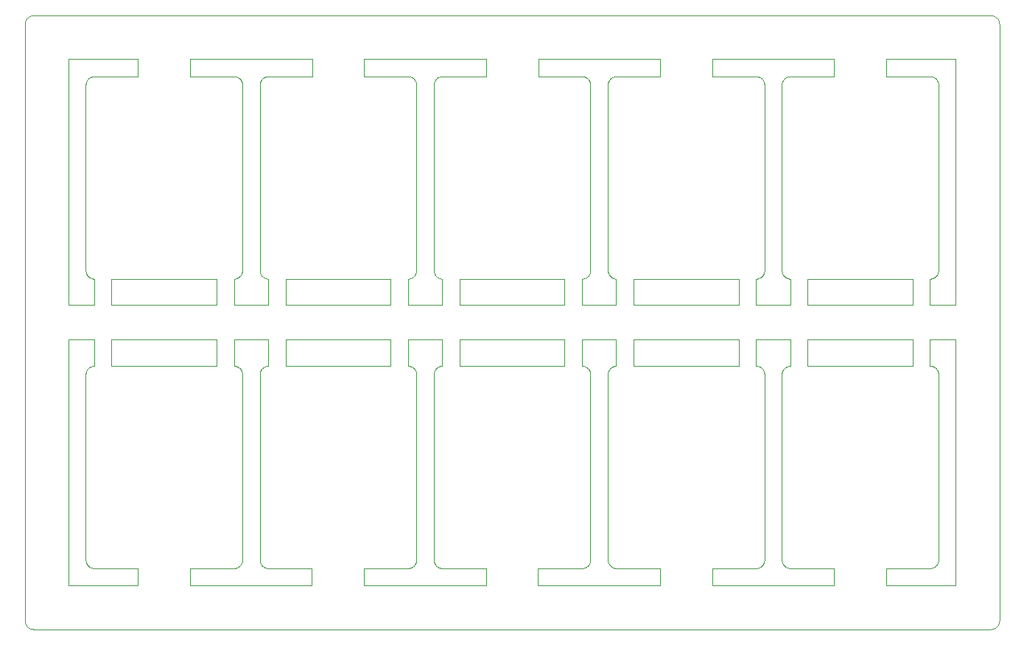
<source format=gm1>
G04 #@! TF.GenerationSoftware,KiCad,Pcbnew,8.0.1-8.0.1-1~ubuntu22.04.1*
G04 #@! TF.CreationDate,2024-08-08T21:33:10+00:00*
G04 #@! TF.ProjectId,gemini-panel,67656d69-6e69-42d7-9061-6e656c2e6b69,1.0*
G04 #@! TF.SameCoordinates,Original*
G04 #@! TF.FileFunction,Profile,NP*
%FSLAX46Y46*%
G04 Gerber Fmt 4.6, Leading zero omitted, Abs format (unit mm)*
G04 Created by KiCad (PCBNEW 8.0.1-8.0.1-1~ubuntu22.04.1) date 2024-08-08 21:33:10*
%MOMM*%
%LPD*%
G01*
G04 APERTURE LIST*
G04 #@! TA.AperFunction,Profile*
%ADD10C,0.100000*%
G04 #@! TD*
G04 APERTURE END LIST*
D10*
X47514698Y30164347D02*
X47471035Y30138645D01*
X64998716Y62630650D02*
X64994869Y62681169D01*
X104440394Y30187805D02*
X104394356Y30208959D01*
X87949350Y30288717D02*
X87898831Y30284870D01*
X59010490Y63580000D02*
X59010490Y65580000D01*
X47514698Y7125654D02*
X47559605Y7102196D01*
X84897804Y63020395D02*
X84874346Y63065302D01*
X47749347Y40321923D02*
X47798701Y40310470D01*
X58989510Y7000001D02*
X64000000Y7000001D01*
X7241241Y63231373D02*
X7209223Y63192107D01*
X87559605Y7102196D02*
X87605644Y7081043D01*
X67514698Y7125654D02*
X67559605Y7102196D01*
X7005130Y41188832D02*
X7011531Y41138573D01*
X27241241Y7348628D02*
X27275207Y7311034D01*
X76120Y617317D02*
X118078Y528604D01*
X104988468Y62731428D02*
X104979529Y62781299D01*
X84528964Y40441356D02*
X84571268Y40469237D01*
X67652694Y30227753D02*
X67605644Y30208958D01*
X47559605Y7102196D02*
X47605644Y7081043D01*
X64394356Y30208959D02*
X64347305Y30227753D01*
X24347305Y63517753D02*
X24299363Y63534140D01*
X104954139Y7700637D02*
X104968077Y7749348D01*
X67949350Y30288717D02*
X67898831Y30284870D01*
X7387894Y7209225D02*
X7428731Y7179237D01*
X24050649Y30288717D02*
X24029510Y30289253D01*
X47020469Y41088702D02*
X47031922Y41039348D01*
X47898831Y40295131D02*
X47949350Y40291284D01*
X24848644Y7471036D02*
X24874346Y7514698D01*
X44937752Y7652695D02*
X44954139Y7700637D01*
X64758758Y29941373D02*
X64724793Y29978968D01*
X12989510Y5000000D02*
X5000000Y5000000D01*
X24820763Y40718732D02*
X24848644Y40761036D01*
X67559605Y40392196D02*
X67605643Y40371042D01*
X84485302Y30164347D02*
X84440394Y30187805D01*
X107000000Y33290000D02*
X107000000Y5000000D01*
X7749347Y40321923D02*
X7798701Y40310470D01*
X87000000Y8000000D02*
X87001283Y7949351D01*
X47652694Y63517753D02*
X47605643Y63498959D01*
X87798701Y30269530D02*
X87749347Y30258078D01*
X64030490Y40290773D02*
X64050649Y40291284D01*
X104790776Y29902107D02*
X104758758Y29941373D01*
X47970490Y40290748D02*
X47970490Y37290000D01*
X47001283Y62630650D02*
X47000000Y62580000D01*
X27102195Y63020395D02*
X27081041Y62974357D01*
X47749347Y30258078D02*
X47700636Y30244140D01*
X111195090Y70560786D02*
X111098017Y70575185D01*
X84758758Y7348628D02*
X84790776Y7387894D01*
X64848644Y29818965D02*
X64820763Y29861269D01*
X87970490Y40290748D02*
X87970490Y37290000D01*
X67179236Y40718732D02*
X67209223Y40677894D01*
X79010490Y65580000D02*
X93010490Y65580000D01*
X64874346Y63065302D02*
X64848644Y63108965D01*
X7949350Y40291284D02*
X7970490Y40290748D01*
X44758758Y63231373D02*
X44724792Y63268967D01*
X26000000Y33290000D02*
X27969510Y33290000D01*
X67605644Y7081043D02*
X67652694Y7062248D01*
X27348627Y63338759D02*
X27311032Y63304794D01*
X84968077Y29540653D02*
X84954139Y29589364D01*
X62030490Y37290000D02*
X49970490Y37290000D01*
X47348627Y40531242D02*
X47387893Y40499224D01*
X84820763Y63151269D02*
X84790775Y63192106D01*
X27011531Y29441428D02*
X27005130Y29391169D01*
X24101168Y30284870D02*
X24050649Y30288717D01*
X64988468Y41138573D02*
X64994869Y41188832D01*
X87348627Y30048759D02*
X87311033Y30014793D01*
X47020470Y29491299D02*
X47011531Y29441428D01*
X87387893Y40499224D02*
X87428731Y40469237D01*
X84994869Y29391169D02*
X84988468Y29441428D01*
X86000000Y33290000D02*
X87969510Y33290000D01*
X47605643Y63498959D02*
X47559605Y63477805D01*
X27011531Y41138573D02*
X27020469Y41088702D01*
X99010490Y65580000D02*
X107000000Y65580000D01*
X87848572Y40301532D02*
X87898831Y40295131D01*
X64848644Y63108965D02*
X64820763Y63151269D01*
X64918957Y62974356D02*
X64897804Y63020395D01*
X87749347Y40321923D02*
X87798701Y40310470D01*
X7001283Y62630650D02*
X7000000Y62580000D01*
X84979529Y62781299D02*
X84968077Y62830653D01*
X24994869Y41188832D02*
X24998716Y41239351D01*
X84874346Y7514698D02*
X84897804Y7559606D01*
X7020470Y29491299D02*
X7011531Y29441428D01*
X104998716Y29340650D02*
X104994869Y29391169D01*
X87798701Y7020471D02*
X87848572Y7011532D01*
X27949350Y40291284D02*
X27970490Y40290748D01*
X64688966Y40565208D02*
X64724792Y40601034D01*
X47275207Y29978967D02*
X47241241Y29941373D01*
X84101168Y30284870D02*
X84050649Y30288717D01*
X18989510Y7000001D02*
X24000000Y7000001D01*
X18989510Y5000000D02*
X18989510Y7000001D01*
X44790776Y7387894D02*
X44820763Y7428732D01*
X24758758Y29941373D02*
X24724793Y29978968D01*
X87102195Y7559606D02*
X87125653Y7514699D01*
X87652694Y40352248D02*
X87700636Y40335861D01*
X44029510Y33290000D02*
X46000000Y33290000D01*
X85000000Y41290000D02*
X85000000Y62580000D01*
X112000000Y69580000D02*
X111995184Y69678018D01*
X64151427Y30278469D02*
X64101168Y30284870D01*
X67031922Y29540653D02*
X67020470Y29491299D01*
X27005130Y62681169D02*
X27001283Y62630650D01*
X27045860Y29589364D02*
X27031922Y29540653D01*
X84651372Y30048759D02*
X84612106Y30080777D01*
X44820763Y40718732D02*
X44848644Y40761036D01*
X44201298Y7020470D02*
X44250652Y7031923D01*
X87125653Y63065303D02*
X87102195Y63020395D01*
X27081042Y29684356D02*
X27062247Y29637306D01*
X44820763Y7428732D02*
X44848644Y7471036D01*
X67848572Y40301532D02*
X67898831Y40295131D01*
X67179236Y63151269D02*
X67151355Y63108965D01*
X24724793Y7311033D02*
X24758758Y7348628D01*
X67969510Y33290000D02*
X67969510Y30289228D01*
X47000000Y29290000D02*
X47000000Y8000000D01*
X67348627Y40531242D02*
X67387893Y40499224D01*
X24979529Y41088702D02*
X24988468Y41138573D01*
X27969510Y33290000D02*
X27969510Y30289228D01*
X67062247Y29637306D02*
X67045860Y29589364D01*
X47011531Y62731428D02*
X47005130Y62681169D01*
X104848644Y40761036D02*
X104874346Y40804699D01*
X27428731Y63400764D02*
X27387893Y63370777D01*
X27209223Y40677894D02*
X27241241Y40638628D01*
X25000000Y41290000D02*
X25000000Y62580000D01*
X7559605Y40392196D02*
X7605643Y40371042D01*
X24688966Y40565208D02*
X24724792Y40601034D01*
X44988468Y62731428D02*
X44979529Y62781299D01*
X7700636Y40335861D02*
X7749347Y40321923D01*
X104029510Y30289253D02*
X104029510Y33290000D01*
X64101168Y40295131D02*
X64151427Y40301532D01*
X104571268Y7179237D02*
X104612106Y7209224D01*
X84954139Y7700637D02*
X84968077Y7749348D01*
X84299363Y7045861D02*
X84347305Y7062248D01*
X87311033Y30014793D02*
X87275207Y29978967D01*
X84201298Y30269531D02*
X84151427Y30278469D01*
X47428731Y30110764D02*
X47387894Y30080776D01*
X27151355Y63108965D02*
X27125653Y63065303D01*
X84651372Y40531242D02*
X84688966Y40565208D01*
X44347305Y7062248D02*
X44394356Y7081042D01*
X27031922Y62830653D02*
X27020469Y62781299D01*
X444429Y70411470D02*
X365606Y70353011D01*
X87241241Y29941373D02*
X87209224Y29902106D01*
X67700636Y7045861D02*
X67749347Y7031923D01*
X44528964Y63428645D02*
X44485301Y63454347D01*
X82030490Y37290000D02*
X69970490Y37290000D01*
X44651372Y40531242D02*
X44688966Y40565208D01*
X67605643Y40371042D02*
X67652694Y40352248D01*
X67348627Y30048759D02*
X67311033Y30014793D01*
X84299363Y40335861D02*
X84347305Y40352248D01*
X7062247Y7652695D02*
X7081042Y7605645D01*
X84201298Y7020470D02*
X84250652Y7031923D01*
X22030490Y40290000D02*
X22030490Y37290000D01*
X7652694Y30227753D02*
X7605644Y30208958D01*
X39010490Y63580000D02*
X39010490Y65580000D01*
X67179236Y29861269D02*
X67151355Y29818965D01*
X64688967Y7275207D02*
X64724793Y7311033D01*
X47062247Y62927306D02*
X47045860Y62879364D01*
X104485302Y7125654D02*
X104528964Y7151356D01*
X84485301Y40415654D02*
X84528964Y40441356D01*
X86000000Y37290000D02*
X84030490Y37290000D01*
X24485302Y7125654D02*
X24528964Y7151356D01*
X44790775Y63192106D02*
X44758758Y63231373D01*
X84571268Y40469237D02*
X84612105Y40499225D01*
X104937752Y40942695D02*
X104954139Y40990637D01*
X104612105Y40499225D02*
X104651372Y40531242D01*
X44101168Y7005131D02*
X44151427Y7011532D01*
X27031922Y7749348D02*
X27045860Y7700637D01*
X47125653Y40804698D02*
X47151355Y40761036D01*
X84030490Y40290773D02*
X84050649Y40291284D01*
X22029510Y30290000D02*
X9969510Y30290000D01*
X47005130Y7898832D02*
X47011531Y7848573D01*
X64874346Y40804699D02*
X64897804Y40849606D01*
X44000000Y63580000D02*
X39010490Y63580000D01*
X64571268Y30110764D02*
X64528964Y30138645D01*
X82029510Y33290000D02*
X82029510Y30290000D01*
X47001283Y29340650D02*
X47000000Y29290000D01*
X87311032Y40565207D02*
X87348627Y40531242D01*
X84897804Y40849606D02*
X84918957Y40895645D01*
X4815Y69678018D02*
X0Y69580000D01*
X292893Y292894D02*
X365606Y226990D01*
X44485302Y30164347D02*
X44440394Y30187805D01*
X84050649Y40291284D02*
X84101168Y40295131D01*
X104998716Y62630650D02*
X104994869Y62681169D01*
X67000000Y8000000D02*
X67001283Y7949351D01*
X24050649Y63578717D02*
X24000000Y63580000D01*
X47428731Y63400764D02*
X47387893Y63370777D01*
X27151355Y40761036D02*
X27179236Y40718732D01*
X104394356Y30208959D02*
X104347305Y30227753D01*
X24968077Y41039348D02*
X24979529Y41088702D01*
X67102195Y63020395D02*
X67081041Y62974357D01*
X47898831Y30284870D02*
X47848572Y30278469D01*
X27311032Y40565207D02*
X27348627Y40531242D01*
X87081042Y7605645D02*
X87102195Y7559606D01*
X27081041Y62974357D02*
X27062247Y62927306D01*
X65000000Y8000000D02*
X64999999Y29290000D01*
X7514698Y30164347D02*
X7471035Y30138645D01*
X84820763Y29861269D02*
X84790776Y29902107D01*
X44954139Y29589364D02*
X44937752Y29637306D01*
X7311032Y40565207D02*
X7348627Y40531242D01*
X901982Y70575185D02*
X804909Y70560786D01*
X44790775Y40677895D02*
X44820763Y40718732D01*
X67151355Y7471036D02*
X67179236Y7428732D01*
X87749347Y7031923D02*
X87798701Y7020471D01*
X104528964Y40441356D02*
X104571268Y40469237D01*
X7514698Y7125654D02*
X7559605Y7102196D01*
X24937752Y7652695D02*
X24954139Y7700637D01*
X111382683Y70503880D02*
X111290284Y70536941D01*
X44101168Y40295131D02*
X44151427Y40301532D01*
X44988468Y29441428D02*
X44979530Y29491299D01*
X19214Y804910D02*
X43059Y709716D01*
X7514697Y40415654D02*
X7559605Y40392196D01*
X87652694Y30227753D02*
X87605644Y30208958D01*
X84612106Y30080777D02*
X84571268Y30110764D01*
X47209224Y7387895D02*
X47241241Y7348628D01*
X24612106Y30080777D02*
X24571268Y30110764D01*
X104651372Y63338759D02*
X104612105Y63370776D01*
X44571268Y7179237D02*
X44612106Y7209224D01*
X7081041Y62974357D02*
X7062247Y62927306D01*
X27652694Y30227753D02*
X27605644Y30208958D01*
X47241241Y29941373D02*
X47209224Y29902106D01*
X84758758Y40638628D02*
X84790775Y40677895D01*
X107000000Y5000000D02*
X98989510Y5000000D01*
X27020470Y7798702D02*
X27031922Y7749348D01*
X7000000Y8000000D02*
X7001283Y7949351D01*
X27081041Y40895644D02*
X27102195Y40849606D01*
X49969510Y30290000D02*
X49969510Y33290000D01*
X67020469Y41088702D02*
X67031922Y41039348D01*
X64688967Y30014794D02*
X64651372Y30048759D01*
X84724792Y63268967D02*
X84688966Y63304793D01*
X44994869Y7898832D02*
X44998716Y7949351D01*
X44050649Y30288717D02*
X44029510Y30289253D01*
X22030490Y37290000D02*
X9970490Y37290000D01*
X44030490Y40290773D02*
X44050649Y40291284D01*
X87045860Y62879364D02*
X87031922Y62830653D01*
X48000000Y7000000D02*
X52989510Y7000001D01*
X24998716Y29340650D02*
X24994869Y29391169D01*
X24440394Y7102196D02*
X24485302Y7125654D01*
X27428731Y30110764D02*
X27387894Y30080776D01*
X47949350Y63578717D02*
X47898831Y63574870D01*
X67031922Y7749348D02*
X67045860Y7700637D01*
X87275206Y40601033D02*
X87311032Y40565207D01*
X84968077Y7749348D02*
X84979530Y7798702D01*
X7311032Y63304794D02*
X7275206Y63268968D01*
X64528964Y30138645D02*
X64485302Y30164347D01*
X102030490Y37290000D02*
X89970490Y37290000D01*
X84571268Y7179237D02*
X84612106Y7209224D01*
X67151355Y40761036D02*
X67179236Y40718732D01*
X104029510Y33290000D02*
X105000000Y33290000D01*
X53010490Y65580000D02*
X53010490Y63580000D01*
X44897804Y29730395D02*
X44874346Y29775303D01*
X64347305Y30227753D02*
X64299363Y30244140D01*
X64954139Y40990637D02*
X64968077Y41039348D01*
X46000000Y33290000D02*
X47969510Y33290000D01*
X47559605Y40392196D02*
X47605643Y40371042D01*
X47209223Y40677894D02*
X47241241Y40638628D01*
X47005130Y62681169D02*
X47001283Y62630650D01*
X44299363Y7045861D02*
X44347305Y7062248D01*
X7311033Y7275208D02*
X7348627Y7241242D01*
X709715Y43060D02*
X804909Y19215D01*
X67798701Y7020471D02*
X67848572Y7011532D01*
X64968077Y29540653D02*
X64954139Y29589364D01*
X67749347Y63548078D02*
X67700636Y63534140D01*
X62029510Y30290000D02*
X49969510Y30290000D01*
X67031922Y62830653D02*
X67020469Y62781299D01*
X27848572Y7011532D02*
X27898831Y7005131D01*
X104998716Y7949351D02*
X105000000Y8000000D01*
X84979530Y29491299D02*
X84968077Y29540653D01*
X104724792Y40601034D02*
X104758758Y40638628D01*
X87000000Y29290000D02*
X87000000Y8000000D01*
X27179236Y40718732D02*
X27209223Y40677894D01*
X67001283Y29340650D02*
X67000000Y29290000D01*
X92989510Y7000001D02*
X92989510Y5000000D01*
X28000000Y63580000D02*
X27949350Y63578717D01*
X67898831Y63574870D02*
X67848572Y63568469D01*
X84994869Y62681169D02*
X84988468Y62731428D01*
X104874346Y40804699D02*
X104897804Y40849606D01*
X87005130Y62681169D02*
X87001283Y62630650D01*
X47848572Y7011532D02*
X47898831Y7005131D01*
X33010490Y65580000D02*
X33010490Y63580000D01*
X24790775Y63192106D02*
X24758758Y63231373D01*
X27209224Y29902106D02*
X27179236Y29861269D01*
X49970490Y40290000D02*
X62030490Y40290000D01*
X87062247Y62927306D02*
X87045860Y62879364D01*
X104440394Y7102196D02*
X104485302Y7125654D01*
X43059Y69870285D02*
X19214Y69775091D01*
X52989510Y7000001D02*
X52989510Y5000000D01*
X47081042Y7605645D02*
X47102195Y7559606D01*
X44874346Y63065302D02*
X44848644Y63108965D01*
X47045860Y7700637D02*
X47062247Y7652695D01*
X44758758Y7348628D02*
X44790776Y7387894D01*
X44968077Y41039348D02*
X44979529Y41088702D01*
X27275207Y29978967D02*
X27241241Y29941373D01*
X24820763Y7428732D02*
X24848644Y7471036D01*
X44612105Y63370776D02*
X44571268Y63400764D01*
X64688966Y63304793D02*
X64651372Y63338759D01*
X7125653Y63065303D02*
X7102195Y63020395D01*
X104994869Y62681169D02*
X104988468Y62731428D01*
X47081041Y40895644D02*
X47102195Y40849606D01*
X104394356Y7081042D02*
X104440394Y7102196D01*
X7969510Y30289228D02*
X7949350Y30288717D01*
X67898831Y7005131D02*
X67949350Y7001284D01*
X64029510Y30289253D02*
X64029510Y33290000D01*
X67559605Y7102196D02*
X67605644Y7081043D01*
X47700636Y7045861D02*
X47749347Y7031923D01*
X92989510Y5000000D02*
X78989510Y5000000D01*
X67471035Y7151356D02*
X67514698Y7125654D01*
X64440394Y30187805D02*
X64394356Y30208959D01*
X27000000Y62580000D02*
X27000000Y41290000D01*
X104724793Y7311033D02*
X104758758Y7348628D01*
X67949350Y40291284D02*
X67970490Y40290748D01*
X73010490Y65580000D02*
X73010490Y63580000D01*
X104979530Y29491299D02*
X104968077Y29540653D01*
X87652694Y63517753D02*
X87605643Y63498959D01*
X104988468Y7848573D02*
X104994869Y7898832D01*
X7387893Y63370777D02*
X7348627Y63338759D01*
X64440394Y63477805D02*
X64394355Y63498958D01*
X64790775Y63192106D02*
X64758758Y63231373D01*
X47151355Y63108965D02*
X47125653Y63065303D01*
X47179236Y7428732D02*
X47209224Y7387895D01*
X27514697Y63454347D02*
X27471035Y63428645D01*
X24988468Y7848573D02*
X24994869Y7898832D01*
X87471035Y63428645D02*
X87428731Y63400764D01*
X104979529Y62781299D02*
X104968077Y62830653D01*
X72989510Y5000000D02*
X58989510Y5000000D01*
X87700636Y30244140D02*
X87652694Y30227753D01*
X67311032Y63304794D02*
X67275206Y63268968D01*
X64848644Y40761036D02*
X64874346Y40804699D01*
X44050649Y40291284D02*
X44101168Y40295131D01*
X67020470Y29491299D02*
X67011531Y29441428D01*
X24994869Y29391169D02*
X24988468Y29441428D01*
X7700636Y30244140D02*
X7652694Y30227753D01*
X111000000Y70580000D02*
X1000000Y70580000D01*
X84050649Y63578717D02*
X84000000Y63580000D01*
X27081042Y7605645D02*
X27102195Y7559606D01*
X24874346Y7514698D02*
X24897804Y7559606D01*
X64485301Y40415654D02*
X64528964Y40441356D01*
X87348627Y63338759D02*
X87311032Y63304794D01*
X7081042Y7605645D02*
X7102195Y7559606D01*
X27428731Y40469237D02*
X27471035Y40441356D01*
X27700636Y30244140D02*
X27652694Y30227753D01*
X104050649Y63578717D02*
X104000000Y63580000D01*
X87898831Y40295131D02*
X87949350Y40291284D01*
X64790776Y29902107D02*
X64758758Y29941373D01*
X7949350Y30288717D02*
X7898831Y30284870D01*
X24612105Y63370776D02*
X24571268Y63400764D01*
X44724792Y63268967D02*
X44688966Y63304793D01*
X88000000Y63580000D02*
X87949350Y63578717D01*
X7848572Y7011532D02*
X7898831Y7005131D01*
X64820763Y29861269D02*
X64790776Y29902107D01*
X84937752Y29637306D02*
X84918958Y29684357D01*
X64979529Y41088702D02*
X64988468Y41138573D01*
X104440394Y63477805D02*
X104394355Y63498958D01*
X804909Y19215D02*
X901982Y4816D01*
X104758758Y40638628D02*
X104790775Y40677895D01*
X64758758Y63231373D02*
X64724792Y63268967D01*
X68000000Y63580000D02*
X67949350Y63578717D01*
X7062247Y62927306D02*
X7045860Y62879364D01*
X84979530Y7798702D02*
X84988468Y7848573D01*
X64101168Y63574870D02*
X64050649Y63578717D01*
X64050649Y30288717D02*
X64029510Y30289253D01*
X47102195Y29730395D02*
X47081042Y29684356D01*
X84347305Y40352248D02*
X84394355Y40371043D01*
X87001283Y7949351D02*
X87005130Y7898832D01*
X104998716Y41239351D02*
X105000000Y41290000D01*
X47798701Y7020471D02*
X47848572Y7011532D01*
X104968077Y29540653D02*
X104954139Y29589364D01*
X47011531Y29441428D02*
X47005130Y29391169D01*
X27011531Y62731428D02*
X27005130Y62681169D01*
X104968077Y62830653D02*
X104954139Y62879364D01*
X27209224Y7387895D02*
X27241241Y7348628D01*
X7151355Y7471036D02*
X7179236Y7428732D01*
X47605644Y30208958D02*
X47559605Y30187805D01*
X87241241Y63231373D02*
X87209223Y63192107D01*
X24897804Y40849606D02*
X24918957Y40895645D01*
X67209223Y63192107D02*
X67179236Y63151269D01*
X7241241Y40638628D02*
X7275206Y40601033D01*
X69970490Y40290000D02*
X82030490Y40290000D01*
X84101168Y63574870D02*
X84050649Y63578717D01*
X7011531Y29441428D02*
X7005130Y29391169D01*
X24250652Y30258078D02*
X24201298Y30269531D01*
X67471035Y63428645D02*
X67428731Y63400764D01*
X27387894Y30080776D02*
X27348627Y30048759D01*
X24688967Y7275207D02*
X24724793Y7311033D01*
X901982Y4816D02*
X1000000Y0D01*
X27125653Y29775302D02*
X27102195Y29730395D01*
X87514698Y30164347D02*
X87471035Y30138645D01*
X104101168Y63574870D02*
X104050649Y63578717D01*
X24988468Y41138573D02*
X24994869Y41188832D01*
X27348627Y40531242D02*
X27387893Y40499224D01*
X7000000Y33290000D02*
X7969510Y33290000D01*
X87000000Y41290000D02*
X87001283Y41239351D01*
X7045860Y7700637D02*
X7062247Y7652695D01*
X87125653Y29775302D02*
X87102195Y29730395D01*
X67011531Y7848573D02*
X67020470Y7798702D01*
X104651372Y7241242D02*
X104688967Y7275207D01*
X64937752Y29637306D02*
X64918958Y29684357D01*
X7001283Y29340650D02*
X7000000Y29290000D01*
X64918957Y40895645D02*
X64937752Y40942695D01*
X64897804Y7559606D02*
X64918958Y7605644D01*
X47045860Y62879364D02*
X47031922Y62830653D01*
X84988468Y41138573D02*
X84994869Y41188832D01*
X7102195Y29730395D02*
X7081042Y29684356D01*
X47898831Y7005131D02*
X47949350Y7001284D01*
X44874346Y7514698D02*
X44897804Y7559606D01*
X47102195Y40849606D02*
X47125653Y40804698D01*
X24790775Y40677895D02*
X24820763Y40718732D01*
X27471035Y7151356D02*
X27514698Y7125654D01*
X27102195Y29730395D02*
X27081042Y29684356D01*
X44440394Y40392196D02*
X44485301Y40415654D01*
X27031922Y41039348D02*
X27045860Y40990637D01*
X84050649Y30288717D02*
X84029510Y30289253D01*
X87209223Y40677894D02*
X87241241Y40638628D01*
X104994869Y7898832D02*
X104998716Y7949351D01*
X44651372Y30048759D02*
X44612106Y30080777D01*
X7798701Y63559531D02*
X7749347Y63548078D01*
X87848572Y7011532D02*
X87898831Y7005131D01*
X84440394Y7102196D02*
X84485302Y7125654D01*
X64897804Y29730395D02*
X64874346Y29775303D01*
X7749347Y30258078D02*
X7700636Y30244140D01*
X84848644Y7471036D02*
X84874346Y7514698D01*
X64394355Y63498958D02*
X64347305Y63517753D01*
X29969510Y30290000D02*
X29969510Y33290000D01*
X24988468Y62731428D02*
X24979529Y62781299D01*
X87605644Y30208958D02*
X87559605Y30187805D01*
X67387894Y30080776D02*
X67348627Y30048759D01*
X29969510Y33290000D02*
X42029510Y33290000D01*
X87428731Y30110764D02*
X87387894Y30080776D01*
X64050649Y40291284D02*
X64101168Y40295131D01*
X67798701Y40310470D02*
X67848572Y40301532D01*
X27348627Y30048759D02*
X27311033Y30014793D01*
X226989Y70214394D02*
X168530Y70135571D01*
X84758758Y29941373D02*
X84724793Y29978968D01*
X24758758Y7348628D02*
X24790776Y7387894D01*
X64101168Y7005131D02*
X64151427Y7011532D01*
X69969510Y33290000D02*
X82029510Y33290000D01*
X47848572Y30278469D02*
X47798701Y30269530D01*
X64250652Y30258078D02*
X64201298Y30269531D01*
X7387893Y40499224D02*
X7428731Y40469237D01*
X104201298Y40310471D02*
X104250652Y40321923D01*
X84724793Y7311033D02*
X84758758Y7348628D01*
X44979530Y29491299D02*
X44968077Y29540653D01*
X24000000Y63580000D02*
X19010490Y63580000D01*
X111634393Y226990D02*
X111707106Y292894D01*
X24050649Y7001284D02*
X24101168Y7005131D01*
X104651372Y30048759D02*
X104612106Y30080777D01*
X27062247Y40942695D02*
X27081041Y40895644D01*
X84820763Y7428732D02*
X84848644Y7471036D01*
X111382683Y76121D02*
X111471396Y118079D01*
X67848572Y7011532D02*
X67898831Y7005131D01*
X67081041Y62974357D02*
X67062247Y62927306D01*
X44999999Y29290000D02*
X44998716Y29340650D01*
X64999999Y29290000D02*
X64998716Y29340650D01*
X7209223Y40677894D02*
X7241241Y40638628D01*
X7514697Y63454347D02*
X7471035Y63428645D01*
X67001283Y62630650D02*
X67000000Y62580000D01*
X67514698Y30164347D02*
X67471035Y30138645D01*
X89970490Y37290000D02*
X89970490Y40290000D01*
X7102195Y40849606D02*
X7125653Y40804698D01*
X44937752Y62927306D02*
X44918957Y62974356D01*
X87179236Y29861269D02*
X87151355Y29818965D01*
X64528964Y7151356D02*
X64571268Y7179237D01*
X104724792Y63268967D02*
X104688966Y63304793D01*
X7275207Y29978967D02*
X7241241Y29941373D01*
X111956940Y69870285D02*
X111923879Y69962684D01*
X87102195Y63020395D02*
X87081041Y62974357D01*
X87949350Y40291284D02*
X87970490Y40290748D01*
X47428731Y7179237D02*
X47471035Y7151356D01*
X0Y1000000D02*
X4815Y901983D01*
X24612106Y7209224D02*
X24651372Y7241242D01*
X64998716Y41239351D02*
X65000000Y41290000D01*
X44394356Y30208959D02*
X44347305Y30227753D01*
X5000000Y33290000D02*
X7000000Y33290000D01*
X64299363Y7045861D02*
X64347305Y7062248D01*
X44612106Y7209224D02*
X44651372Y7241242D01*
X104485302Y30164347D02*
X104440394Y30187805D01*
X27652694Y40352248D02*
X27700636Y40335861D01*
X24994869Y7898832D02*
X24998716Y7949351D01*
X68000000Y7000000D02*
X72989510Y7000001D01*
X47311033Y7275208D02*
X47348627Y7241242D01*
X24968077Y62830653D02*
X24954139Y62879364D01*
X104758758Y7348628D02*
X104790776Y7387894D01*
X47848572Y63568469D02*
X47798701Y63559531D01*
X47011531Y7848573D02*
X47020470Y7798702D01*
X67062247Y40942695D02*
X67081041Y40895644D01*
X27605644Y7081043D02*
X27652694Y7062248D01*
X67062247Y62927306D02*
X67045860Y62879364D01*
X24820763Y29861269D02*
X24790776Y29902107D01*
X24050649Y40291284D02*
X24101168Y40295131D01*
X84651372Y63338759D02*
X84612105Y63370776D01*
X87102195Y40849606D02*
X87125653Y40804698D01*
X47151355Y40761036D02*
X47179236Y40718732D01*
X47798701Y30269530D02*
X47749347Y30258078D01*
X24151427Y40301532D02*
X24201298Y40310471D01*
X7001283Y7949351D02*
X7005130Y7898832D01*
X72989510Y7000001D02*
X72989510Y5000000D01*
X84101168Y7005131D02*
X84151427Y7011532D01*
X24528964Y30138645D02*
X24485302Y30164347D01*
X47970490Y37290000D02*
X46000000Y37290000D01*
X53010490Y63580000D02*
X48000000Y63580000D01*
X82029510Y30290000D02*
X69969510Y30290000D01*
X64994869Y41188832D02*
X64998716Y41239351D01*
X111471396Y118079D02*
X111555570Y168531D01*
X47179236Y40718732D02*
X47209223Y40677894D01*
X105000000Y62580000D02*
X104998716Y62630650D01*
X7045860Y62879364D02*
X7031922Y62830653D01*
X87179236Y7428732D02*
X87209224Y7387895D01*
X104394355Y63498958D02*
X104347305Y63517753D01*
X84954139Y40990637D02*
X84968077Y41039348D01*
X84651372Y7241242D02*
X84688967Y7275207D01*
X44820763Y29861269D02*
X44790776Y29902107D01*
X7031922Y29540653D02*
X7020470Y29491299D01*
X67125653Y63065303D02*
X67102195Y63020395D01*
X104612106Y30080777D02*
X104571268Y30110764D01*
X87428731Y7179237D02*
X87471035Y7151356D01*
X47000000Y62580000D02*
X47000000Y41290000D01*
X27125653Y63065303D02*
X27102195Y63020395D01*
X104988468Y29441428D02*
X104979530Y29491299D01*
X47062247Y29637306D02*
X47045860Y29589364D01*
X44347305Y30227753D02*
X44299363Y30244140D01*
X67005130Y41188832D02*
X67011531Y41138573D01*
X67179236Y7428732D02*
X67209224Y7387895D01*
X104994869Y29391169D02*
X104988468Y29441428D01*
X27062247Y29637306D02*
X27045860Y29589364D01*
X111707106Y292894D02*
X111773010Y365607D01*
X42030490Y40290000D02*
X42030490Y37290000D01*
X84998716Y41239351D02*
X85000000Y41290000D01*
X111923879Y69962684D02*
X111881921Y70051397D01*
X7559605Y63477805D02*
X7514697Y63454347D01*
X111995184Y901983D02*
X112000000Y1000000D01*
X84999999Y29290000D02*
X84998716Y29340650D01*
X47387894Y30080776D02*
X47348627Y30048759D01*
X709715Y70536941D02*
X617316Y70503880D01*
X111290284Y70536941D02*
X111195090Y70560786D01*
X44101168Y63574870D02*
X44050649Y63578717D01*
X104848644Y7471036D02*
X104874346Y7514698D01*
X168530Y70135571D02*
X118078Y70051397D01*
X87605643Y63498959D02*
X87559605Y63477805D01*
X87559605Y30187805D02*
X87514698Y30164347D01*
X104918957Y40895645D02*
X104937752Y40942695D01*
X44485302Y7125654D02*
X44528964Y7151356D01*
X47031922Y29540653D02*
X47020470Y29491299D01*
X44998716Y62630650D02*
X44994869Y62681169D01*
X87045860Y40990637D02*
X87062247Y40942695D01*
X87949350Y63578717D02*
X87898831Y63574870D01*
X44299363Y40335861D02*
X44347305Y40352248D01*
X65000000Y62580000D02*
X64998716Y62630650D01*
X104820763Y29861269D02*
X104790776Y29902107D01*
X27559605Y40392196D02*
X27605643Y40371042D01*
X104897804Y7559606D02*
X104918958Y7605644D01*
X99010490Y63580000D02*
X99010490Y65580000D01*
X24937752Y62927306D02*
X24918957Y62974356D01*
X13010490Y65580000D02*
X13010490Y63580000D01*
X84485301Y63454347D02*
X84440394Y63477805D01*
X24999999Y29290000D02*
X24998716Y29340650D01*
X67949350Y63578717D02*
X67898831Y63574870D01*
X84394356Y30208959D02*
X84347305Y30227753D01*
X7471035Y40441356D02*
X7514697Y40415654D01*
X24897804Y63020395D02*
X24874346Y63065302D01*
X87798701Y63559531D02*
X87749347Y63548078D01*
X27311033Y7275208D02*
X27348627Y7241242D01*
X111195090Y19215D02*
X111290284Y43060D01*
X365606Y70353011D02*
X292893Y70287107D01*
X85000000Y8000000D02*
X84999999Y29290000D01*
X44250652Y7031923D02*
X44299363Y7045861D01*
X104151427Y7011532D02*
X104201298Y7020470D01*
X44440394Y63477805D02*
X44394355Y63498958D01*
X27000000Y41290000D02*
X27001283Y41239351D01*
X7031922Y41039348D02*
X7045860Y40990637D01*
X104688967Y7275207D02*
X104724793Y7311033D01*
X64820763Y7428732D02*
X64848644Y7471036D01*
X104101168Y40295131D02*
X104151427Y40301532D01*
X111290284Y43060D02*
X111382683Y76121D01*
X24820763Y63151269D02*
X24790775Y63192106D01*
X27275207Y7311034D02*
X27311033Y7275208D01*
X8000000Y63580000D02*
X7949350Y63578717D01*
X24918957Y62974356D02*
X24897804Y63020395D01*
X64979529Y62781299D02*
X64968077Y62830653D01*
X24790776Y29902107D02*
X24758758Y29941373D01*
X24151427Y63568469D02*
X24101168Y63574870D01*
X44998716Y7949351D02*
X45000000Y8000000D01*
X27062247Y62927306D02*
X27045860Y62879364D01*
X67045860Y40990637D02*
X67062247Y40942695D01*
X104440394Y40392196D02*
X104485301Y40415654D01*
X27798701Y30269530D02*
X27749347Y30258078D01*
X49969510Y33290000D02*
X62029510Y33290000D01*
X64979530Y29491299D02*
X64968077Y29540653D01*
X24440394Y30187805D02*
X24394356Y30208959D01*
X47031922Y7749348D02*
X47045860Y7700637D01*
X24485301Y40415654D02*
X24528964Y40441356D01*
X7749347Y7031923D02*
X7798701Y7020471D01*
X104050649Y30288717D02*
X104029510Y30289253D01*
X24528964Y7151356D02*
X24571268Y7179237D01*
X7209224Y29902106D02*
X7179236Y29861269D01*
X27179236Y29861269D02*
X27151355Y29818965D01*
X44918957Y40895645D02*
X44937752Y40942695D01*
X64820763Y63151269D02*
X64790775Y63192106D01*
X44201298Y40310471D02*
X44250652Y40321923D01*
X39010490Y65580000D02*
X53010490Y65580000D01*
X64394355Y40371043D02*
X64440394Y40392196D01*
X47311033Y30014793D02*
X47275207Y29978967D01*
X24571268Y63400764D02*
X24528964Y63428645D01*
X47045860Y29589364D02*
X47031922Y29540653D01*
X84968077Y41039348D02*
X84979529Y41088702D01*
X59010490Y65580000D02*
X73010490Y65580000D01*
X365606Y226990D02*
X444429Y168531D01*
X7151355Y29818965D02*
X7125653Y29775302D01*
X87005130Y41188832D02*
X87011531Y41138573D01*
X104688967Y30014794D02*
X104651372Y30048759D01*
X105000000Y37290000D02*
X104030490Y37290000D01*
X87241241Y40638628D02*
X87275206Y40601033D01*
X64299363Y63534140D02*
X64250652Y63548078D01*
X84918958Y29684357D02*
X84897804Y29730395D01*
X44897804Y40849606D02*
X44918957Y40895645D01*
X112000000Y1000000D02*
X112000000Y69580000D01*
X32989510Y5000000D02*
X18989510Y5000000D01*
X44394355Y40371043D02*
X44440394Y40392196D01*
X47151355Y7471036D02*
X47179236Y7428732D01*
X47125653Y29775302D02*
X47102195Y29730395D01*
X64897804Y63020395D02*
X64874346Y63065302D01*
X105000000Y41290000D02*
X105000000Y62580000D01*
X27700636Y7045861D02*
X27749347Y7031923D01*
X24968077Y29540653D02*
X24954139Y29589364D01*
X102030490Y40290000D02*
X102030490Y37290000D01*
X64528964Y40441356D02*
X64571268Y40469237D01*
X27179236Y63151269D02*
X27151355Y63108965D01*
X5000000Y65580000D02*
X13010490Y65580000D01*
X27970490Y40290748D02*
X27970490Y37290000D01*
X44571268Y40469237D02*
X44612105Y40499225D01*
X111000000Y0D02*
X111098017Y4816D01*
X84937752Y40942695D02*
X84954139Y40990637D01*
X44994869Y41188832D02*
X44998716Y41239351D01*
X67970490Y37290000D02*
X66000000Y37290000D01*
X67749347Y7031923D02*
X67798701Y7020471D01*
X24299363Y63534140D02*
X24250652Y63548078D01*
X24897804Y29730395D02*
X24874346Y29775303D01*
X27241241Y63231373D02*
X27209223Y63192107D01*
X47387893Y40499224D02*
X47428731Y40469237D01*
X67005130Y29391169D02*
X67001283Y29340650D01*
X804909Y70560786D02*
X709715Y70536941D01*
X7011531Y7848573D02*
X7020470Y7798702D01*
X84151427Y30278469D02*
X84101168Y30284870D01*
X104000000Y63580000D02*
X99010490Y63580000D01*
X27428731Y7179237D02*
X27471035Y7151356D01*
X64528964Y63428645D02*
X64485301Y63454347D01*
X84874346Y63065302D02*
X84848644Y63108965D01*
X64651372Y7241242D02*
X64688967Y7275207D01*
X44848644Y7471036D02*
X44874346Y7514698D01*
X27652694Y7062248D02*
X27700636Y7045861D01*
X24347305Y40352248D02*
X24394355Y40371043D01*
X19214Y69775091D02*
X4815Y69678018D01*
X47275206Y63268968D02*
X47241241Y63231373D01*
X104954139Y40990637D02*
X104968077Y41039348D01*
X84612106Y7209224D02*
X84651372Y7241242D01*
X44571268Y30110764D02*
X44528964Y30138645D01*
X84029510Y30289253D02*
X84029510Y33290000D01*
X87311033Y7275208D02*
X87348627Y7241242D01*
X64000000Y7000001D02*
X64050649Y7001284D01*
X24897804Y7559606D02*
X24918958Y7605644D01*
X64651372Y63338759D02*
X64612105Y63370776D01*
X67387893Y63370777D02*
X67348627Y63338759D01*
X5000000Y37290000D02*
X5000000Y65580000D01*
X84848644Y63108965D02*
X84820763Y63151269D01*
X67898831Y40295131D02*
X67949350Y40291284D01*
X111555570Y168531D02*
X111634393Y226990D01*
X64050649Y63578717D02*
X64000000Y63580000D01*
X87471035Y30138645D02*
X87428731Y30110764D01*
X87151355Y29818965D02*
X87125653Y29775302D01*
X84347305Y30227753D02*
X84299363Y30244140D01*
X58989510Y5000000D02*
X58989510Y7000001D01*
X47969510Y30289228D02*
X47949350Y30288717D01*
X7275206Y63268968D02*
X7241241Y63231373D01*
X104485301Y40415654D02*
X104528964Y40441356D01*
X104918958Y29684357D02*
X104897804Y29730395D01*
X85000000Y62580000D02*
X84998716Y62630650D01*
X44050649Y7001284D02*
X44101168Y7005131D01*
X24571268Y7179237D02*
X24612106Y7209224D01*
X24954139Y7700637D02*
X24968077Y7749348D01*
X47062247Y40942695D02*
X47081041Y40895644D01*
X44998716Y41239351D02*
X45000000Y41290000D01*
X44848644Y29818965D02*
X44820763Y29861269D01*
X87428731Y40469237D02*
X87471035Y40441356D01*
X104820763Y40718732D02*
X104848644Y40761036D01*
X84988468Y62731428D02*
X84979529Y62781299D01*
X87020470Y29491299D02*
X87011531Y29441428D01*
X67848572Y30278469D02*
X67798701Y30269530D01*
X27559605Y63477805D02*
X27514697Y63454347D01*
X64485301Y63454347D02*
X64440394Y63477805D01*
X9969510Y30290000D02*
X9969510Y33290000D01*
X47045860Y40990637D02*
X47062247Y40942695D01*
X24724793Y29978968D02*
X24688967Y30014794D01*
X24979529Y62781299D02*
X24968077Y62830653D01*
X84724793Y29978968D02*
X84688967Y30014794D01*
X9969510Y33290000D02*
X22029510Y33290000D01*
X47031922Y62830653D02*
X47020469Y62781299D01*
X67514697Y63454347D02*
X67471035Y63428645D01*
X87020469Y62781299D02*
X87011531Y62731428D01*
X104937752Y7652695D02*
X104954139Y7700637D01*
X47241241Y7348628D02*
X47275207Y7311034D01*
X24394355Y63498958D02*
X24347305Y63517753D01*
X87011531Y29441428D02*
X87005130Y29391169D01*
X27514698Y7125654D02*
X27559605Y7102196D01*
X104050649Y7001284D02*
X104101168Y7005131D01*
X47179236Y63151269D02*
X47151355Y63108965D01*
X4815Y901983D02*
X19214Y804910D01*
X67387893Y40499224D02*
X67428731Y40469237D01*
X24347305Y30227753D02*
X24299363Y30244140D01*
X44994869Y62681169D02*
X44988468Y62731428D01*
X24954139Y40990637D02*
X24968077Y41039348D01*
X104299363Y30244140D02*
X104250652Y30258078D01*
X27045860Y62879364D02*
X27031922Y62830653D01*
X44979529Y41088702D02*
X44988468Y41138573D01*
X84528964Y63428645D02*
X84485301Y63454347D01*
X84030490Y37290000D02*
X84030490Y40290773D01*
X87031922Y7749348D02*
X87045860Y7700637D01*
X7970490Y40290748D02*
X7970490Y37290000D01*
X104918958Y7605644D02*
X104937752Y7652695D01*
X47348627Y63338759D02*
X47311032Y63304794D01*
X104954139Y29589364D02*
X104937752Y29637306D01*
X44874346Y29775303D02*
X44848644Y29818965D01*
X24979530Y7798702D02*
X24988468Y7848573D01*
X47605643Y40371042D02*
X47652694Y40352248D01*
X87045860Y7700637D02*
X87062247Y7652695D01*
X27387894Y7209225D02*
X27428731Y7179237D01*
X7700636Y7045861D02*
X7749347Y7031923D01*
X84848644Y40761036D02*
X84874346Y40804699D01*
X44347305Y40352248D02*
X44394355Y40371043D01*
X87081041Y40895644D02*
X87102195Y40849606D01*
X104151427Y40301532D02*
X104201298Y40310471D01*
X24000000Y7000001D02*
X24050649Y7001284D01*
X47001283Y41239351D02*
X47005130Y41188832D01*
X44050649Y63578717D02*
X44000000Y63580000D01*
X24201298Y7020470D02*
X24250652Y7031923D01*
X27001283Y62630650D02*
X27000000Y62580000D01*
X47031922Y41039348D02*
X47045860Y40990637D01*
X87898831Y63574870D02*
X87848572Y63568469D01*
X44897804Y7559606D02*
X44918958Y7605644D01*
X104897804Y63020395D02*
X104874346Y63065302D01*
X76120Y69962684D02*
X43059Y69870285D01*
X27898831Y40295131D02*
X27949350Y40291284D01*
X64394356Y7081042D02*
X64440394Y7102196D01*
X44954139Y62879364D02*
X44937752Y62927306D01*
X27969510Y30289228D02*
X27949350Y30288717D01*
X67605644Y30208958D02*
X67559605Y30187805D01*
X84347305Y7062248D02*
X84394356Y7081042D01*
X49970490Y37290000D02*
X49970490Y40290000D01*
X47011531Y41138573D02*
X47020469Y41088702D01*
X27949350Y30288717D02*
X27898831Y30284870D01*
X64979530Y7798702D02*
X64988468Y7848573D01*
X44954139Y40990637D02*
X44968077Y41039348D01*
X24724792Y40601034D02*
X24758758Y40638628D01*
X27387893Y40499224D02*
X27428731Y40469237D01*
X27949350Y7001284D02*
X28000000Y7000000D01*
X111773010Y70214394D02*
X111707106Y70287107D01*
X84571268Y63400764D02*
X84528964Y63428645D01*
X67387894Y7209225D02*
X67428731Y7179237D01*
X24918958Y7605644D02*
X24937752Y7652695D01*
X111956940Y709716D02*
X111980785Y804910D01*
X87605644Y7081043D02*
X87652694Y7062248D01*
X7970490Y37290000D02*
X7000000Y37290000D01*
X87949350Y7001284D02*
X88000000Y7000000D01*
X64790776Y7387894D02*
X64820763Y7428732D01*
X64612106Y7209224D02*
X64651372Y7241242D01*
X64347305Y63517753D02*
X64299363Y63534140D01*
X104299363Y7045861D02*
X104347305Y7062248D01*
X104485301Y63454347D02*
X104440394Y63477805D01*
X104250652Y63548078D02*
X104201298Y63559530D01*
X47559605Y63477805D02*
X47514697Y63454347D01*
X7000000Y29290000D02*
X7000000Y8000000D01*
X102029510Y30290000D02*
X89969510Y30290000D01*
X7179236Y29861269D02*
X7151355Y29818965D01*
X7045860Y29589364D02*
X7031922Y29540653D01*
X27514698Y30164347D02*
X27471035Y30138645D01*
X25000000Y8000000D02*
X24999999Y29290000D01*
X111995184Y69678018D02*
X111980785Y69775091D01*
X104651372Y40531242D02*
X104688966Y40565208D01*
X45000000Y41290000D02*
X45000000Y62580000D01*
X67311033Y30014793D02*
X67275207Y29978967D01*
X67428731Y40469237D02*
X67471035Y40441356D01*
X87031922Y41039348D02*
X87045860Y40990637D01*
X87700636Y7045861D02*
X87749347Y7031923D01*
X87005130Y7898832D02*
X87011531Y7848573D01*
X89970490Y40290000D02*
X102030490Y40290000D01*
X64651372Y40531242D02*
X64688966Y40565208D01*
X104612105Y63370776D02*
X104571268Y63400764D01*
X47387894Y7209225D02*
X47428731Y7179237D01*
X7311033Y30014793D02*
X7275207Y29978967D01*
X111098017Y70575185D02*
X111000000Y70580000D01*
X47798701Y63559531D02*
X47749347Y63548078D01*
X24937752Y40942695D02*
X24954139Y40990637D01*
X104979530Y7798702D02*
X104988468Y7848573D01*
X24994869Y62681169D02*
X24988468Y62731428D01*
X64937752Y40942695D02*
X64954139Y40990637D01*
X47348627Y7241242D02*
X47387894Y7209225D01*
X69970490Y37290000D02*
X69970490Y40290000D01*
X24101168Y7005131D02*
X24151427Y7011532D01*
X24201298Y40310471D02*
X24250652Y40321923D01*
X84937752Y7652695D02*
X84954139Y7700637D01*
X64030490Y37290000D02*
X64030490Y40290773D01*
X7179236Y40718732D02*
X7209223Y40677894D01*
X47514697Y40415654D02*
X47559605Y40392196D01*
X104347305Y63517753D02*
X104299363Y63534140D01*
X47949350Y40291284D02*
X47970490Y40290748D01*
X87209224Y7387895D02*
X87241241Y7348628D01*
X84954139Y62879364D02*
X84937752Y62927306D01*
X24030490Y40290773D02*
X24050649Y40291284D01*
X84612105Y40499225D02*
X84651372Y40531242D01*
X47605644Y7081043D02*
X47652694Y7062248D01*
X7031922Y62830653D02*
X7020469Y62781299D01*
X7652694Y40352248D02*
X7700636Y40335861D01*
X84918957Y62974356D02*
X84897804Y63020395D01*
X64724793Y29978968D02*
X64688967Y30014794D01*
X102029510Y33290000D02*
X102029510Y30290000D01*
X67798701Y63559531D02*
X67749347Y63548078D01*
X27020470Y29491299D02*
X27011531Y29441428D01*
X84874346Y40804699D02*
X84897804Y40849606D01*
X67348627Y7241242D02*
X67387894Y7209225D01*
X64758758Y40638628D02*
X64790775Y40677895D01*
X67652694Y40352248D02*
X67700636Y40335861D01*
X27241241Y29941373D02*
X27209224Y29902106D01*
X111773010Y365607D02*
X111831469Y444430D01*
X44612105Y40499225D02*
X44651372Y40531242D01*
X87898831Y30284870D02*
X87848572Y30278469D01*
X84918958Y7605644D02*
X84937752Y7652695D01*
X44612106Y30080777D02*
X44571268Y30110764D01*
X87151355Y63108965D02*
X87125653Y63065303D01*
X104571268Y30110764D02*
X104528964Y30138645D01*
X617316Y76121D02*
X709715Y43060D01*
X87559605Y40392196D02*
X87605643Y40371042D01*
X42029510Y30290000D02*
X29969510Y30290000D01*
X104874346Y7514698D02*
X104897804Y7559606D01*
X7387894Y30080776D02*
X7348627Y30048759D01*
X111881921Y70051397D02*
X111831469Y70135571D01*
X64998716Y7949351D02*
X65000000Y8000000D01*
X44485301Y40415654D02*
X44528964Y40441356D01*
X27000000Y8000000D02*
X27001283Y7949351D01*
X104250652Y40321923D02*
X104299363Y40335861D01*
X47179236Y29861269D02*
X47151355Y29818965D01*
X118078Y70051397D02*
X76120Y69962684D01*
X64201298Y30269531D02*
X64151427Y30278469D01*
X27151355Y29818965D02*
X27125653Y29775302D01*
X52989510Y5000000D02*
X38989510Y5000000D01*
X27125653Y40804698D02*
X27151355Y40761036D01*
X24998716Y7949351D02*
X25000000Y8000000D01*
X111098017Y4816D02*
X111195090Y19215D01*
X87179236Y40718732D02*
X87209223Y40677894D01*
X67241241Y40638628D02*
X67275206Y40601033D01*
X67848572Y63568469D02*
X67798701Y63559531D01*
X44897804Y63020395D02*
X44874346Y63065302D01*
X24250652Y7031923D02*
X24299363Y7045861D01*
X84000000Y7000001D02*
X84050649Y7001284D01*
X47020469Y62781299D02*
X47011531Y62731428D01*
X22029510Y33290000D02*
X22029510Y30290000D01*
X26000000Y37290000D02*
X24030490Y37290000D01*
X84790776Y7387894D02*
X84820763Y7428732D01*
X64937752Y7652695D02*
X64954139Y7700637D01*
X84848644Y29818965D02*
X84820763Y29861269D01*
X44937752Y29637306D02*
X44918958Y29684357D01*
X44151427Y7011532D02*
X44201298Y7020470D01*
X24651372Y7241242D02*
X24688967Y7275207D01*
X104299363Y63534140D02*
X104250652Y63548078D01*
X67700636Y63534140D02*
X67652694Y63517753D01*
X47102195Y7559606D02*
X47125653Y7514699D01*
X67241241Y29941373D02*
X67209224Y29902106D01*
X27652694Y63517753D02*
X27605643Y63498959D01*
X104000000Y7000001D02*
X104050649Y7001284D01*
X67749347Y30258078D02*
X67700636Y30244140D01*
X7005130Y29391169D02*
X7001283Y29340650D01*
X44250652Y63548078D02*
X44201298Y63559530D01*
X104790776Y7387894D02*
X104820763Y7428732D01*
X29970490Y37290000D02*
X29970490Y40290000D01*
X67081042Y7605645D02*
X67102195Y7559606D01*
X44758758Y40638628D02*
X44790775Y40677895D01*
X67559605Y30187805D02*
X67514698Y30164347D01*
X67102195Y7559606D02*
X67125653Y7514699D01*
X84688966Y40565208D02*
X84724792Y40601034D01*
X84612105Y63370776D02*
X84571268Y63400764D01*
X44994869Y29391169D02*
X44988468Y29441428D01*
X87848572Y30278469D02*
X87798701Y30269530D01*
X27848572Y63568469D02*
X27798701Y63559531D01*
X104954139Y62879364D02*
X104937752Y62927306D01*
X67605643Y63498959D02*
X67559605Y63477805D01*
X67514697Y40415654D02*
X67559605Y40392196D01*
X24571268Y30110764D02*
X24528964Y30138645D01*
X27848572Y40301532D02*
X27898831Y40295131D01*
X111471396Y70461922D02*
X111382683Y70503880D01*
X64612106Y30080777D02*
X64571268Y30110764D01*
X44724793Y29978968D02*
X44688967Y30014794D01*
X104897804Y40849606D02*
X104918957Y40895645D01*
X67428731Y63400764D02*
X67387893Y63370777D01*
X44151427Y63568469D02*
X44101168Y63574870D01*
X24485301Y63454347D02*
X24440394Y63477805D01*
X67275206Y63268968D02*
X67241241Y63231373D01*
X84790775Y63192106D02*
X84758758Y63231373D01*
X44299363Y30244140D02*
X44250652Y30258078D01*
X24724792Y63268967D02*
X24688966Y63304793D01*
X7151355Y40761036D02*
X7179236Y40718732D01*
X87011531Y62731428D02*
X87005130Y62681169D01*
X84394356Y7081042D02*
X84440394Y7102196D01*
X47062247Y7652695D02*
X47081042Y7605645D01*
X64874346Y29775303D02*
X64848644Y29818965D01*
X47151355Y29818965D02*
X47125653Y29775302D01*
X104250652Y30258078D02*
X104201298Y30269531D01*
X87898831Y7005131D02*
X87949350Y7001284D01*
X67011531Y41138573D02*
X67020469Y41088702D01*
X67102195Y40849606D02*
X67125653Y40804698D01*
X24651372Y30048759D02*
X24612106Y30080777D01*
X27062247Y7652695D02*
X27081042Y7605645D01*
X84988468Y29441428D02*
X84979530Y29491299D01*
X47514697Y63454347D02*
X47471035Y63428645D01*
X67125653Y29775302D02*
X67102195Y29730395D01*
X7848572Y40301532D02*
X7898831Y40295131D01*
X87001283Y29340650D02*
X87000000Y29290000D01*
X44688967Y7275207D02*
X44724793Y7311033D01*
X24688966Y63304793D02*
X24651372Y63338759D01*
X64937752Y62927306D02*
X64918957Y62974356D01*
X9970490Y37290000D02*
X9970490Y40290000D01*
X84029510Y33290000D02*
X86000000Y33290000D01*
X104394355Y40371043D02*
X104440394Y40392196D01*
X33010490Y63580000D02*
X28000000Y63580000D01*
X87387894Y30080776D02*
X87348627Y30048759D01*
X105000000Y33290000D02*
X107000000Y33290000D01*
X24030490Y37290000D02*
X24030490Y40290773D01*
X87749347Y30258078D02*
X87700636Y30244140D01*
X67970490Y40290748D02*
X67970490Y37290000D01*
X87387893Y63370777D02*
X87348627Y63338759D01*
X44250652Y40321923D02*
X44299363Y40335861D01*
X44918957Y62974356D02*
X44897804Y63020395D01*
X67652694Y63517753D02*
X67605643Y63498959D01*
X27001283Y7949351D02*
X27005130Y7898832D01*
X29970490Y40290000D02*
X42030490Y40290000D01*
X24347305Y7062248D02*
X24394356Y7081042D01*
X27798701Y7020471D02*
X27848572Y7011532D01*
X87514698Y7125654D02*
X87559605Y7102196D01*
X87652694Y7062248D02*
X87700636Y7045861D01*
X104979529Y41088702D02*
X104988468Y41138573D01*
X104937752Y29637306D02*
X104918958Y29684357D01*
X7020469Y62781299D02*
X7011531Y62731428D01*
X64250652Y63548078D02*
X64201298Y63559530D01*
X67031922Y41039348D02*
X67045860Y40990637D01*
X27700636Y63534140D02*
X27652694Y63517753D01*
X444429Y168531D02*
X528603Y118079D01*
X7949350Y63578717D02*
X7898831Y63574870D01*
X7898831Y7005131D02*
X7949350Y7001284D01*
X104528964Y7151356D02*
X104571268Y7179237D01*
X64347305Y40352248D02*
X64394355Y40371043D01*
X87970490Y37290000D02*
X86000000Y37290000D01*
X7125653Y29775302D02*
X7102195Y29730395D01*
X47241241Y63231373D02*
X47209223Y63192107D01*
X44688966Y40565208D02*
X44724792Y40601034D01*
X44688966Y63304793D02*
X44651372Y63338759D01*
X73010490Y63580000D02*
X68000000Y63580000D01*
X44954139Y7700637D02*
X44968077Y7749348D01*
X8000000Y7000000D02*
X12989510Y7000001D01*
X24688967Y30014794D02*
X24651372Y30048759D01*
X24874346Y63065302D02*
X24848644Y63108965D01*
X27031922Y29540653D02*
X27020470Y29491299D01*
X7605644Y7081043D02*
X7652694Y7062248D01*
X27125653Y7514699D02*
X27151355Y7471036D01*
X64724792Y63268967D02*
X64688966Y63304793D01*
X87020470Y7798702D02*
X87031922Y7749348D01*
X64651372Y30048759D02*
X64612106Y30080777D01*
X7102195Y63020395D02*
X7081041Y62974357D01*
X24874346Y40804699D02*
X24897804Y40849606D01*
X27749347Y7031923D02*
X27798701Y7020471D01*
X168530Y444430D02*
X226989Y365607D01*
X104758758Y29941373D02*
X104724793Y29978968D01*
X67011531Y62731428D02*
X67005130Y62681169D01*
X64571268Y40469237D02*
X64612105Y40499225D01*
X47652694Y40352248D02*
X47700636Y40335861D01*
X84485302Y7125654D02*
X84528964Y7151356D01*
X44979530Y7798702D02*
X44988468Y7848573D01*
X47700636Y63534140D02*
X47652694Y63517753D01*
X98989510Y5000000D02*
X98989510Y7000001D01*
X44848644Y63108965D02*
X44820763Y63151269D01*
X87005130Y29391169D02*
X87001283Y29340650D01*
X84250652Y7031923D02*
X84299363Y7045861D01*
X67151355Y29818965D02*
X67125653Y29775302D01*
X44299363Y63534140D02*
X44250652Y63548078D01*
X64612105Y40499225D02*
X64651372Y40531242D01*
X24151427Y30278469D02*
X24101168Y30284870D01*
X27020469Y41088702D02*
X27031922Y41039348D01*
X104918957Y62974356D02*
X104897804Y63020395D01*
X84000000Y63580000D02*
X79010490Y63580000D01*
X7848572Y30278469D02*
X7798701Y30269530D01*
X67045860Y62879364D02*
X67031922Y62830653D01*
X47348627Y30048759D02*
X47311033Y30014793D01*
X84440394Y40392196D02*
X84485301Y40415654D01*
X104758758Y63231373D02*
X104724792Y63268967D01*
X104968077Y7749348D02*
X104979530Y7798702D01*
X87062247Y40942695D02*
X87081041Y40895644D01*
X7020469Y41088702D02*
X7031922Y41039348D01*
X24612105Y40499225D02*
X24651372Y40531242D01*
X67020470Y7798702D02*
X67031922Y7749348D01*
X7275206Y40601033D02*
X7311032Y40565207D01*
X24571268Y40469237D02*
X24612105Y40499225D01*
X7428731Y63400764D02*
X7387893Y63370777D01*
X64250652Y40321923D02*
X64299363Y40335861D01*
X84979529Y41088702D02*
X84988468Y41138573D01*
X111980785Y69775091D02*
X111956940Y69870285D01*
X44724792Y40601034D02*
X44758758Y40638628D01*
X67000000Y62580000D02*
X67000000Y41290000D01*
X84250652Y63548078D02*
X84201298Y63559530D01*
X64918958Y7605644D02*
X64937752Y7652695D01*
X84994869Y41188832D02*
X84998716Y41239351D01*
X27275206Y63268968D02*
X27241241Y63231373D01*
X64724792Y40601034D02*
X64758758Y40638628D01*
X84151427Y7011532D02*
X84201298Y7020470D01*
X47848572Y40301532D02*
X47898831Y40295131D01*
X111881921Y528604D02*
X111923879Y617317D01*
X67798701Y30269530D02*
X67749347Y30258078D01*
X47749347Y63548078D02*
X47700636Y63534140D01*
X42029510Y33290000D02*
X42029510Y30290000D01*
X27005130Y41188832D02*
X27011531Y41138573D01*
X528603Y118079D02*
X617316Y76121D01*
X27970490Y37290000D02*
X26000000Y37290000D01*
X25000000Y62580000D02*
X24998716Y62630650D01*
X24848644Y40761036D02*
X24874346Y40804699D01*
X24954139Y29589364D02*
X24937752Y29637306D01*
X24954139Y62879364D02*
X24937752Y62927306D01*
X27898831Y63574870D02*
X27848572Y63568469D01*
X87062247Y29637306D02*
X87045860Y29589364D01*
X27798701Y63559531D02*
X27749347Y63548078D01*
X64485302Y7125654D02*
X64528964Y7151356D01*
X64250652Y7031923D02*
X64299363Y7045861D01*
X104201298Y30269531D02*
X104151427Y30278469D01*
X104571268Y63400764D02*
X104528964Y63428645D01*
X7005130Y7898832D02*
X7011531Y7848573D01*
X24201298Y63559530D02*
X24151427Y63568469D01*
X84897804Y7559606D02*
X84918958Y7605644D01*
X67275207Y29978967D02*
X67241241Y29941373D01*
X64612105Y63370776D02*
X64571268Y63400764D01*
X27102195Y7559606D02*
X27125653Y7514699D01*
X47209223Y63192107D02*
X47179236Y63151269D01*
X64998716Y29340650D02*
X64994869Y29391169D01*
X104050649Y40291284D02*
X104101168Y40295131D01*
X7045860Y40990637D02*
X7062247Y40942695D01*
X64724793Y7311033D02*
X64758758Y7348628D01*
X44394356Y7081042D02*
X44440394Y7102196D01*
X64000000Y63580000D02*
X59010490Y63580000D01*
X48000000Y63580000D02*
X47949350Y63578717D01*
X111980785Y804910D02*
X111995184Y901983D01*
X87605643Y40371042D02*
X87652694Y40352248D01*
X24440394Y63477805D02*
X24394355Y63498958D01*
X24758758Y63231373D02*
X24724792Y63268967D01*
X27898831Y7005131D02*
X27949350Y7001284D01*
X47428731Y40469237D02*
X47471035Y40441356D01*
X7898831Y40295131D02*
X7949350Y40291284D01*
X67011531Y29441428D02*
X67005130Y29391169D01*
X67275206Y40601033D02*
X67311032Y40565207D01*
X44848644Y40761036D02*
X44874346Y40804699D01*
X87311032Y63304794D02*
X87275206Y63268968D01*
X7005130Y62681169D02*
X7001283Y62630650D01*
X104528964Y63428645D02*
X104485301Y63454347D01*
X66000000Y33290000D02*
X67969510Y33290000D01*
X27387893Y63370777D02*
X27348627Y63338759D01*
X27348627Y7241242D02*
X27387894Y7209225D01*
X67102195Y29730395D02*
X67081042Y29684356D01*
X44528964Y30138645D02*
X44485302Y30164347D01*
X292893Y70287107D02*
X226989Y70214394D01*
X47125653Y63065303D02*
X47102195Y63020395D01*
X24250652Y63548078D02*
X24201298Y63559530D01*
X19010490Y63580000D02*
X19010490Y65580000D01*
X27749347Y40321923D02*
X27798701Y40310470D01*
X87700636Y63534140D02*
X87652694Y63517753D01*
X104101168Y30284870D02*
X104050649Y30288717D01*
X84151427Y40301532D02*
X84201298Y40310471D01*
X24101168Y40295131D02*
X24151427Y40301532D01*
X67005130Y7898832D02*
X67011531Y7848573D01*
X7001283Y41239351D02*
X7005130Y41188832D01*
X27471035Y40441356D02*
X27514697Y40415654D01*
X84440394Y63477805D02*
X84394355Y63498958D01*
X84968077Y62830653D02*
X84954139Y62879364D01*
X38989510Y5000000D02*
X38989510Y7000001D01*
X84820763Y40718732D02*
X84848644Y40761036D01*
X12989510Y7000001D02*
X12989510Y5000000D01*
X44440394Y30187805D02*
X44394356Y30208959D01*
X44918958Y29684357D02*
X44897804Y29730395D01*
X67275207Y7311034D02*
X67311033Y7275208D01*
X47898831Y63574870D02*
X47848572Y63568469D01*
X64994869Y62681169D02*
X64988468Y62731428D01*
X67001283Y7949351D02*
X67005130Y7898832D01*
X44968077Y62830653D02*
X44954139Y62879364D01*
X7151355Y63108965D02*
X7125653Y63065303D01*
X44347305Y63517753D02*
X44299363Y63534140D01*
X47949350Y7001284D02*
X48000000Y7000000D01*
X44688967Y30014794D02*
X44651372Y30048759D01*
X111923879Y617317D02*
X111956940Y709716D01*
X104347305Y30227753D02*
X104299363Y30244140D01*
X104874346Y29775303D02*
X104848644Y29818965D01*
X47275206Y40601033D02*
X47311032Y40565207D01*
X87514697Y63454347D02*
X87471035Y63428645D01*
X87209224Y29902106D02*
X87179236Y29861269D01*
X104688966Y63304793D02*
X104651372Y63338759D01*
X47125653Y7514699D02*
X47151355Y7471036D01*
X7241241Y29941373D02*
X7209224Y29902106D01*
X24988468Y29441428D02*
X24979530Y29491299D01*
X5000000Y5000000D02*
X5000000Y33290000D01*
X104030490Y37290000D02*
X104030490Y40290773D01*
X7241241Y7348628D02*
X7275207Y7311034D01*
X64897804Y40849606D02*
X64918957Y40895645D01*
X64201298Y7020470D02*
X64250652Y7031923D01*
X47652694Y7062248D02*
X47700636Y7045861D01*
X27605643Y40371042D02*
X27652694Y40352248D01*
X7275207Y7311034D02*
X7311033Y7275208D01*
X44485301Y63454347D02*
X44440394Y63477805D01*
X104030490Y40290773D02*
X104050649Y40291284D01*
X24299363Y30244140D02*
X24250652Y30258078D01*
X27151355Y7471036D02*
X27179236Y7428732D01*
X104347305Y7062248D02*
X104394356Y7081042D01*
X27949350Y63578717D02*
X27898831Y63574870D01*
X7798701Y7020471D02*
X7848572Y7011532D01*
X24918957Y40895645D02*
X24937752Y40942695D01*
X27559605Y30187805D02*
X27514698Y30164347D01*
X27471035Y30138645D02*
X27428731Y30110764D01*
X78989510Y5000000D02*
X78989510Y7000001D01*
X87125653Y40804698D02*
X87151355Y40761036D01*
X45000000Y62580000D02*
X44998716Y62630650D01*
X84724792Y40601034D02*
X84758758Y40638628D01*
X67000000Y41290000D02*
X67001283Y41239351D01*
X7000000Y37290000D02*
X5000000Y37290000D01*
X87151355Y7471036D02*
X87179236Y7428732D01*
X67311033Y7275208D02*
X67348627Y7241242D01*
X7428731Y40469237D02*
X7471035Y40441356D01*
X7898831Y30284870D02*
X7848572Y30278469D01*
X67151355Y63108965D02*
X67125653Y63065303D01*
X7605643Y40371042D02*
X7652694Y40352248D01*
X87209223Y63192107D02*
X87179236Y63151269D01*
X27001283Y29340650D02*
X27000000Y29290000D01*
X44528964Y40441356D02*
X44571268Y40469237D01*
X38989510Y7000001D02*
X44000000Y7000001D01*
X24299363Y40335861D02*
X24347305Y40352248D01*
X84874346Y29775303D02*
X84848644Y29818965D01*
X7000000Y41290000D02*
X7001283Y41239351D01*
X84201298Y40310471D02*
X84250652Y40321923D01*
X104999999Y29290000D02*
X104998716Y29340650D01*
X42030490Y37290000D02*
X29970490Y37290000D01*
X27311032Y63304794D02*
X27275206Y63268968D01*
X107000000Y37290000D02*
X105000000Y37290000D01*
X111634393Y70353011D02*
X111555570Y70411470D01*
X528603Y70461922D02*
X444429Y70411470D01*
X87031922Y62830653D02*
X87020469Y62781299D01*
X93010490Y65580000D02*
X93010490Y63580000D01*
X64440394Y7102196D02*
X64485302Y7125654D01*
X104994869Y41188832D02*
X104998716Y41239351D01*
X7798701Y30269530D02*
X7749347Y30258078D01*
X24029510Y30289253D02*
X24029510Y33290000D01*
X0Y69580000D02*
X0Y1000000D01*
X24998716Y62630650D02*
X24994869Y62681169D01*
X87000000Y62580000D02*
X87000000Y41290000D01*
X64988468Y29441428D02*
X64979530Y29491299D01*
X27471035Y63428645D02*
X27428731Y63400764D01*
X105000000Y8000000D02*
X104999999Y29290000D01*
X32989510Y7000001D02*
X32989510Y5000000D01*
X64571268Y63400764D02*
X64528964Y63428645D01*
X104848644Y63108965D02*
X104820763Y63151269D01*
X104201298Y7020470D02*
X104250652Y7031923D01*
X7179236Y63151269D02*
X7151355Y63108965D01*
X27798701Y40310470D02*
X27848572Y40301532D01*
X89969510Y30290000D02*
X89969510Y33290000D01*
X13010490Y63580000D02*
X8000000Y63580000D01*
X87700636Y40335861D02*
X87749347Y40321923D01*
X44151427Y30278469D02*
X44101168Y30284870D01*
X27749347Y63548078D02*
X27700636Y63534140D01*
X87001283Y62630650D02*
X87000000Y62580000D01*
X67000000Y29290000D02*
X67000000Y8000000D01*
X47241241Y40638628D02*
X47275206Y40601033D01*
X7848572Y63568469D02*
X7798701Y63559531D01*
X87348627Y7241242D02*
X87387894Y7209225D01*
X104151427Y30278469D02*
X104101168Y30284870D01*
X27700636Y40335861D02*
X27749347Y40321923D01*
X7471035Y63428645D02*
X7428731Y63400764D01*
X104724793Y29978968D02*
X104688967Y30014794D01*
X27514697Y40415654D02*
X27559605Y40392196D01*
X64201298Y40310471D02*
X64250652Y40321923D01*
X64994869Y29391169D02*
X64988468Y29441428D01*
X44101168Y30284870D02*
X44050649Y30288717D01*
X87001283Y41239351D02*
X87005130Y41188832D01*
X24394355Y40371043D02*
X24440394Y40392196D01*
X104848644Y29818965D02*
X104820763Y29861269D01*
X47311032Y63304794D02*
X47275206Y63268968D01*
X7559605Y7102196D02*
X7605644Y7081043D01*
X104101168Y7005131D02*
X104151427Y7011532D01*
X64954139Y29589364D02*
X64937752Y29637306D01*
X67969510Y30289228D02*
X67949350Y30288717D01*
X44571268Y63400764D02*
X44528964Y63428645D01*
X24250652Y40321923D02*
X24299363Y40335861D01*
X7471035Y30138645D02*
X7428731Y30110764D01*
X617316Y70503880D02*
X528603Y70461922D01*
X47471035Y7151356D02*
X47514698Y7125654D01*
X87387894Y7209225D02*
X87428731Y7179237D01*
X64820763Y40718732D02*
X64848644Y40761036D01*
X24394356Y7081042D02*
X24440394Y7102196D01*
X24848644Y29818965D02*
X24820763Y29861269D01*
X84758758Y63231373D02*
X84724792Y63268967D01*
X118078Y528604D02*
X168530Y444430D01*
X44820763Y63151269D02*
X44790775Y63192106D01*
X24440394Y40392196D02*
X24485301Y40415654D01*
X44651372Y7241242D02*
X44688967Y7275207D01*
X87125653Y7514699D02*
X87151355Y7471036D01*
X7062247Y29637306D02*
X7045860Y29589364D01*
X84998716Y62630650D02*
X84994869Y62681169D01*
X27311033Y30014793D02*
X27275207Y29978967D01*
X67062247Y7652695D02*
X67081042Y7605645D01*
X111831469Y70135571D02*
X111773010Y70214394D01*
X7949350Y7001284D02*
X8000000Y7000000D01*
X87749347Y63548078D02*
X87700636Y63534140D01*
X84571268Y30110764D02*
X84528964Y30138645D01*
X87969510Y30289228D02*
X87949350Y30288717D01*
X67001283Y41239351D02*
X67005130Y41188832D01*
X7209224Y7387895D02*
X7241241Y7348628D01*
X84688966Y63304793D02*
X84651372Y63338759D01*
X79010490Y63580000D02*
X79010490Y65580000D01*
X44030490Y37290000D02*
X44030490Y40290773D01*
X7011531Y41138573D02*
X7020469Y41088702D01*
X84050649Y7001284D02*
X84101168Y7005131D01*
X69969510Y30290000D02*
X69969510Y33290000D01*
X84347305Y63517753D02*
X84299363Y63534140D01*
X64299363Y40335861D02*
X64347305Y40352248D01*
X27102195Y40849606D02*
X27125653Y40804698D01*
X107000000Y65580000D02*
X107000000Y37290000D01*
X7000000Y62580000D02*
X7000000Y41290000D01*
X104299363Y40335861D02*
X104347305Y40352248D01*
X27045860Y40990637D02*
X27062247Y40942695D01*
X67081041Y40895644D02*
X67102195Y40849606D01*
X47387893Y63370777D02*
X47348627Y63338759D01*
X7652694Y7062248D02*
X7700636Y7045861D01*
X87179236Y63151269D02*
X87151355Y63108965D01*
X7428731Y7179237D02*
X7471035Y7151356D01*
X104874346Y63065302D02*
X104848644Y63108965D01*
X7798701Y40310470D02*
X7848572Y40301532D01*
X44979529Y62781299D02*
X44968077Y62830653D01*
X47559605Y30187805D02*
X47514698Y30164347D01*
X7348627Y30048759D02*
X7311033Y30014793D01*
X47005130Y41188832D02*
X47011531Y41138573D01*
X87275207Y29978967D02*
X87241241Y29941373D01*
X44998716Y29340650D02*
X44994869Y29391169D01*
X7605643Y63498959D02*
X7559605Y63477805D01*
X44651372Y63338759D02*
X44612105Y63370776D01*
X27045860Y7700637D02*
X27062247Y7652695D01*
X84528964Y7151356D02*
X84571268Y7179237D01*
X65000000Y41290000D02*
X65000000Y62580000D01*
X84918957Y40895645D02*
X84937752Y40942695D01*
X111707106Y70287107D02*
X111634393Y70353011D01*
X47700636Y40335861D02*
X47749347Y40321923D01*
X7209223Y63192107D02*
X7179236Y63151269D01*
X82030490Y40290000D02*
X82030490Y37290000D01*
X27898831Y30284870D02*
X27848572Y30278469D01*
X64050649Y7001284D02*
X64101168Y7005131D01*
X104151427Y63568469D02*
X104101168Y63574870D01*
X104790775Y63192106D02*
X104758758Y63231373D01*
X27020469Y62781299D02*
X27011531Y62731428D01*
X67749347Y40321923D02*
X67798701Y40310470D01*
X84954139Y29589364D02*
X84937752Y29637306D01*
X64485302Y30164347D02*
X64440394Y30187805D01*
X44758758Y29941373D02*
X44724793Y29978968D01*
X67652694Y7062248D02*
X67700636Y7045861D01*
X24874346Y29775303D02*
X24848644Y29818965D01*
X67241241Y7348628D02*
X67275207Y7311034D01*
X7428731Y30110764D02*
X7387894Y30080776D01*
X27011531Y7848573D02*
X27020470Y7798702D01*
X47001283Y7949351D02*
X47005130Y7898832D01*
X24101168Y63574870D02*
X24050649Y63578717D01*
X9970490Y40290000D02*
X22030490Y40290000D01*
X27848572Y30278469D02*
X27798701Y30269530D01*
X104897804Y29730395D02*
X104874346Y29775303D01*
X44029510Y30289253D02*
X44029510Y33290000D01*
X104988468Y41138573D02*
X104994869Y41188832D01*
X67700636Y40335861D02*
X67749347Y40321923D01*
X47311032Y40565207D02*
X47348627Y40531242D01*
X44250652Y30258078D02*
X44201298Y30269531D01*
X47949350Y30288717D02*
X47898831Y30284870D01*
X44724793Y7311033D02*
X44758758Y7348628D01*
X24029510Y33290000D02*
X26000000Y33290000D01*
X84440394Y30187805D02*
X84394356Y30208959D01*
X84994869Y7898832D02*
X84998716Y7949351D01*
X64988468Y62731428D02*
X64979529Y62781299D01*
X7081042Y29684356D02*
X7062247Y29637306D01*
X47471035Y40441356D02*
X47514697Y40415654D01*
X1000000Y70580000D02*
X901982Y70575185D01*
X67700636Y30244140D02*
X67652694Y30227753D01*
X64988468Y7848573D02*
X64994869Y7898832D01*
X87969510Y33290000D02*
X87969510Y30289228D01*
X87102195Y29730395D02*
X87081042Y29684356D01*
X47749347Y7031923D02*
X47798701Y7020471D01*
X67898831Y30284870D02*
X67848572Y30278469D01*
X64299363Y30244140D02*
X64250652Y30258078D01*
X87241241Y7348628D02*
X87275207Y7311034D01*
X111831469Y444430D02*
X111881921Y528604D01*
X19010490Y65580000D02*
X33010490Y65580000D01*
X64151427Y63568469D02*
X64101168Y63574870D01*
X44394355Y63498958D02*
X44347305Y63517753D01*
X67428731Y30110764D02*
X67387894Y30080776D01*
X46000000Y37290000D02*
X44030490Y37290000D01*
X47652694Y30227753D02*
X47605644Y30208958D01*
X44968077Y7749348D02*
X44979530Y7798702D01*
X87848572Y63568469D02*
X87798701Y63559531D01*
X44000000Y7000001D02*
X44050649Y7001284D01*
X104790775Y40677895D02*
X104820763Y40718732D01*
X24968077Y7749348D02*
X24979530Y7798702D01*
X44874346Y40804699D02*
X44897804Y40849606D01*
X47000000Y8000000D02*
X47001283Y7949351D01*
X44790776Y29902107D02*
X44758758Y29941373D01*
X104612106Y7209224D02*
X104651372Y7241242D01*
X27179236Y7428732D02*
X27209224Y7387895D01*
X44201298Y63559530D02*
X44151427Y63568469D01*
X44918958Y7605644D02*
X44937752Y7652695D01*
X7605644Y30208958D02*
X7559605Y30187805D01*
X7559605Y30187805D02*
X7514698Y30164347D01*
X44968077Y29540653D02*
X44954139Y29589364D01*
X27005130Y29391169D02*
X27001283Y29340650D01*
X84394355Y40371043D02*
X84440394Y40392196D01*
X27241241Y40638628D02*
X27275206Y40601033D01*
X66000000Y37290000D02*
X64030490Y37290000D01*
X87275207Y7311034D02*
X87311033Y7275208D01*
X24485302Y30164347D02*
X24440394Y30187805D01*
X88000000Y7000000D02*
X92989510Y7000001D01*
X47275207Y7311034D02*
X47311033Y7275208D01*
X64968077Y41039348D02*
X64979529Y41088702D01*
X87031922Y29540653D02*
X87020470Y29491299D01*
X24394356Y30208959D02*
X24347305Y30227753D01*
X87062247Y7652695D02*
X87081042Y7605645D01*
X87020469Y41088702D02*
X87031922Y41039348D01*
X64151427Y40301532D02*
X64201298Y40310471D01*
X47471035Y30138645D02*
X47428731Y30110764D01*
X84998716Y7949351D02*
X85000000Y8000000D01*
X24979530Y29491299D02*
X24968077Y29540653D01*
X87428731Y63400764D02*
X87387893Y63370777D01*
X27000000Y29290000D02*
X27000000Y8000000D01*
X62029510Y33290000D02*
X62029510Y30290000D01*
X84151427Y63568469D02*
X84101168Y63574870D01*
X47209224Y29902106D02*
X47179236Y29861269D01*
X47020470Y7798702D02*
X47031922Y7749348D01*
X64758758Y7348628D02*
X64790776Y7387894D01*
X44988468Y41138573D02*
X44994869Y41188832D01*
X44937752Y40942695D02*
X44954139Y40990637D01*
X27001283Y41239351D02*
X27005130Y41188832D01*
X64201298Y63559530D02*
X64151427Y63568469D01*
X84688967Y7275207D02*
X84724793Y7311033D01*
X24299363Y7045861D02*
X24347305Y7062248D01*
X87275206Y63268968D02*
X87241241Y63231373D01*
X45000000Y8000000D02*
X44999999Y29290000D01*
X87559605Y63477805D02*
X87514697Y63454347D01*
X7081041Y40895644D02*
X7102195Y40849606D01*
X44151427Y40301532D02*
X44201298Y40310471D01*
X47102195Y63020395D02*
X47081041Y62974357D01*
X87471035Y7151356D02*
X87514698Y7125654D01*
X64968077Y7749348D02*
X64979530Y7798702D01*
X87045860Y29589364D02*
X87031922Y29540653D01*
X67125653Y7514699D02*
X67151355Y7471036D01*
X67045860Y29589364D02*
X67031922Y29540653D01*
X84688967Y30014794D02*
X84651372Y30048759D01*
X24151427Y7011532D02*
X24201298Y7020470D01*
X67559605Y63477805D02*
X67514697Y63454347D01*
X67020469Y62781299D02*
X67011531Y62731428D01*
X104528964Y30138645D02*
X104485302Y30164347D01*
X27559605Y7102196D02*
X27605644Y7081043D01*
X24848644Y63108965D02*
X24820763Y63151269D01*
X64954139Y62879364D02*
X64937752Y62927306D01*
X64994869Y7898832D02*
X64998716Y7949351D01*
X7031922Y7749348D02*
X7045860Y7700637D01*
X98989510Y7000001D02*
X104000000Y7000001D01*
X67348627Y63338759D02*
X67311032Y63304794D01*
X104968077Y41039348D02*
X104979529Y41088702D01*
X67311032Y40565207D02*
X67348627Y40531242D01*
X67005130Y62681169D02*
X67001283Y62630650D01*
X67428731Y7179237D02*
X67471035Y7151356D01*
X67209224Y7387895D02*
X67241241Y7348628D01*
X64954139Y7700637D02*
X64968077Y7749348D01*
X7749347Y63548078D02*
X7700636Y63534140D01*
X7125653Y40804698D02*
X7151355Y40761036D01*
X64347305Y7062248D02*
X64394356Y7081042D01*
X87081042Y29684356D02*
X87062247Y29637306D01*
X7102195Y7559606D02*
X7125653Y7514699D01*
X67471035Y30138645D02*
X67428731Y30110764D01*
X84528964Y30138645D02*
X84485302Y30164347D01*
X104347305Y40352248D02*
X104394355Y40371043D01*
X78989510Y7000001D02*
X84000000Y7000001D01*
X24918958Y29684357D02*
X24897804Y29730395D01*
X87081041Y62974357D02*
X87062247Y62927306D01*
X24651372Y63338759D02*
X24612105Y63370776D01*
X67241241Y63231373D02*
X67209223Y63192107D01*
X47005130Y29391169D02*
X47001283Y29340650D01*
X7179236Y7428732D02*
X7209224Y7387895D01*
X84897804Y29730395D02*
X84874346Y29775303D01*
X104937752Y62927306D02*
X104918957Y62974356D01*
X87011531Y7848573D02*
X87020470Y7798702D01*
X84937752Y62927306D02*
X84918957Y62974356D01*
X64790775Y40677895D02*
X64820763Y40718732D01*
X44528964Y7151356D02*
X44571268Y7179237D01*
X7348627Y40531242D02*
X7387893Y40499224D01*
X27605644Y30208958D02*
X27559605Y30187805D01*
X7700636Y63534140D02*
X7652694Y63517753D01*
X84101168Y40295131D02*
X84151427Y40301532D01*
X27275206Y40601033D02*
X27311032Y40565207D01*
X24998716Y41239351D02*
X25000000Y41290000D01*
X64440394Y40392196D02*
X64485301Y40415654D01*
X67209223Y40677894D02*
X67241241Y40638628D01*
X7969510Y33290000D02*
X7969510Y30289228D01*
X7471035Y7151356D02*
X7514698Y7125654D01*
X62030490Y40290000D02*
X62030490Y37290000D01*
X1000000Y0D02*
X111000000Y0D01*
X67949350Y7001284D02*
X68000000Y7000000D01*
X64151427Y7011532D02*
X64201298Y7020470D01*
X28000000Y7000000D02*
X32989510Y7000001D01*
X104820763Y63151269D02*
X104790775Y63192106D01*
X44988468Y7848573D02*
X44994869Y7898832D01*
X93010490Y63580000D02*
X88000000Y63580000D01*
X27209223Y63192107D02*
X27179236Y63151269D01*
X64029510Y33290000D02*
X66000000Y33290000D01*
X24201298Y30269531D02*
X24151427Y30278469D01*
X87151355Y40761036D02*
X87179236Y40718732D01*
X89969510Y33290000D02*
X102029510Y33290000D01*
X44440394Y7102196D02*
X44485302Y7125654D01*
X87348627Y40531242D02*
X87387893Y40499224D01*
X67209224Y29902106D02*
X67179236Y29861269D01*
X47471035Y63428645D02*
X47428731Y63400764D01*
X67125653Y40804698D02*
X67151355Y40761036D01*
X64968077Y62830653D02*
X64954139Y62879364D01*
X104201298Y63559530D02*
X104151427Y63568469D01*
X84250652Y40321923D02*
X84299363Y40335861D01*
X64571268Y7179237D02*
X64612106Y7209224D01*
X47000000Y41290000D02*
X47001283Y41239351D01*
X87011531Y41138573D02*
X87020469Y41088702D01*
X24651372Y40531242D02*
X24688966Y40565208D01*
X7125653Y7514699D02*
X7151355Y7471036D01*
X7020470Y7798702D02*
X7031922Y7749348D01*
X7062247Y40942695D02*
X7081041Y40895644D01*
X87514697Y40415654D02*
X87559605Y40392196D01*
X7348627Y63338759D02*
X7311032Y63304794D01*
X84988468Y7848573D02*
X84994869Y7898832D01*
X47081042Y29684356D02*
X47062247Y29637306D01*
X47798701Y40310470D02*
X47848572Y40301532D01*
X104250652Y7031923D02*
X104299363Y7045861D01*
X226989Y365607D02*
X292893Y292894D01*
X27605643Y63498959D02*
X27559605Y63477805D01*
X84790776Y29902107D02*
X84758758Y29941373D01*
X67471035Y40441356D02*
X67514697Y40415654D01*
X27749347Y30258078D02*
X27700636Y30244140D01*
X47969510Y33290000D02*
X47969510Y30289228D01*
X104820763Y7428732D02*
X104848644Y7471036D01*
X24528964Y63428645D02*
X24485301Y63454347D01*
X84299363Y30244140D02*
X84250652Y30258078D01*
X111555570Y70411470D02*
X111471396Y70461922D01*
X84299363Y63534140D02*
X84250652Y63548078D01*
X104571268Y40469237D02*
X104612105Y40499225D01*
X64848644Y7471036D02*
X64874346Y7514698D01*
X7652694Y63517753D02*
X7605643Y63498959D01*
X7011531Y62731428D02*
X7005130Y62681169D01*
X24758758Y40638628D02*
X24790775Y40677895D01*
X67081042Y29684356D02*
X67062247Y29637306D01*
X7348627Y7241242D02*
X7387894Y7209225D01*
X43059Y709716D02*
X76120Y617317D01*
X44201298Y30269531D02*
X44151427Y30278469D01*
X64101168Y30284870D02*
X64050649Y30288717D01*
X84201298Y63559530D02*
X84151427Y63568469D01*
X7898831Y63574870D02*
X7848572Y63568469D01*
X24528964Y40441356D02*
X24571268Y40469237D01*
X24790776Y7387894D02*
X24820763Y7428732D01*
X27005130Y7898832D02*
X27011531Y7848573D01*
X47081041Y62974357D02*
X47062247Y62927306D01*
X47700636Y30244140D02*
X47652694Y30227753D01*
X67045860Y7700637D02*
X67062247Y7652695D01*
X64918958Y29684357D02*
X64897804Y29730395D01*
X64874346Y7514698D02*
X64897804Y7559606D01*
X84790775Y40677895D02*
X84820763Y40718732D01*
X104688966Y40565208D02*
X104724792Y40601034D01*
X84998716Y29340650D02*
X84994869Y29391169D01*
X84250652Y30258078D02*
X84201298Y30269531D01*
X84394355Y63498958D02*
X84347305Y63517753D01*
X87471035Y40441356D02*
X87514697Y40415654D01*
X87798701Y40310470D02*
X87848572Y40301532D01*
X24937752Y29637306D02*
X24918958Y29684357D01*
M02*

</source>
